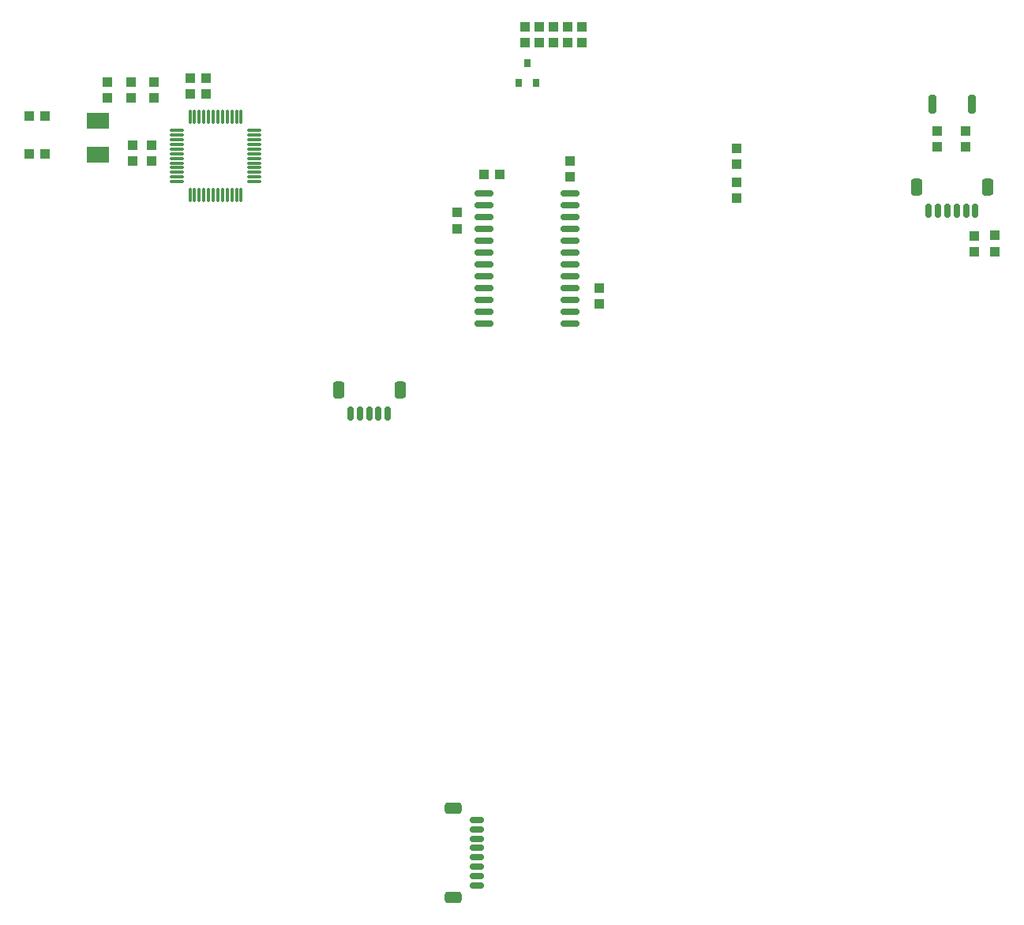
<source format=gtp>
%TF.GenerationSoftware,KiCad,Pcbnew,(6.0.0-0)*%
%TF.CreationDate,2022-03-23T00:11:18+08:00*%
%TF.ProjectId,layer1,6c617965-7231-42e6-9b69-6361645f7063,rev?*%
%TF.SameCoordinates,Original*%
%TF.FileFunction,Paste,Top*%
%TF.FilePolarity,Positive*%
%FSLAX46Y46*%
G04 Gerber Fmt 4.6, Leading zero omitted, Abs format (unit mm)*
G04 Created by KiCad (PCBNEW (6.0.0-0)) date 2022-03-23 00:11:18*
%MOMM*%
%LPD*%
G01*
G04 APERTURE LIST*
G04 Aperture macros list*
%AMRoundRect*
0 Rectangle with rounded corners*
0 $1 Rounding radius*
0 $2 $3 $4 $5 $6 $7 $8 $9 X,Y pos of 4 corners*
0 Add a 4 corners polygon primitive as box body*
4,1,4,$2,$3,$4,$5,$6,$7,$8,$9,$2,$3,0*
0 Add four circle primitives for the rounded corners*
1,1,$1+$1,$2,$3*
1,1,$1+$1,$4,$5*
1,1,$1+$1,$6,$7*
1,1,$1+$1,$8,$9*
0 Add four rect primitives between the rounded corners*
20,1,$1+$1,$2,$3,$4,$5,0*
20,1,$1+$1,$4,$5,$6,$7,0*
20,1,$1+$1,$6,$7,$8,$9,0*
20,1,$1+$1,$8,$9,$2,$3,0*%
G04 Aperture macros list end*
%ADD10R,0.998220X1.099820*%
%ADD11R,1.099820X0.998220*%
%ADD12RoundRect,0.109200X-0.670800X0.030800X-0.670800X-0.030800X0.670800X-0.030800X0.670800X0.030800X0*%
%ADD13RoundRect,0.109200X0.030800X0.670800X-0.030800X0.670800X-0.030800X-0.670800X0.030800X-0.670800X0*%
%ADD14RoundRect,0.150000X-0.875000X-0.150000X0.875000X-0.150000X0.875000X0.150000X-0.875000X0.150000X0*%
%ADD15RoundRect,0.150000X-0.150000X-0.625000X0.150000X-0.625000X0.150000X0.625000X-0.150000X0.625000X0*%
%ADD16RoundRect,0.250000X-0.350000X-0.650000X0.350000X-0.650000X0.350000X0.650000X-0.350000X0.650000X0*%
%ADD17R,0.797560X0.899160*%
%ADD18RoundRect,0.200000X0.200000X0.800000X-0.200000X0.800000X-0.200000X-0.800000X0.200000X-0.800000X0*%
%ADD19R,2.397760X1.699260*%
%ADD20RoundRect,0.150000X0.625000X-0.150000X0.625000X0.150000X-0.625000X0.150000X-0.625000X-0.150000X0*%
%ADD21RoundRect,0.250000X0.650000X-0.350000X0.650000X0.350000X-0.650000X0.350000X-0.650000X-0.350000X0*%
%ADD22R,0.998220X0.998220*%
G04 APERTURE END LIST*
D10*
%TO.C,U0FB2*%
X118879951Y-101894360D03*
X118879951Y-100197640D03*
%TD*%
%TO.C,U0C1*%
X119129951Y-93397640D03*
X119129951Y-95094360D03*
%TD*%
D11*
%TO.C,U0C6*%
X105781591Y-101146000D03*
X107478311Y-101146000D03*
%TD*%
D10*
%TO.C,SOLENOIDR4*%
X160451800Y-89189560D03*
X160451800Y-87492840D03*
%TD*%
D11*
%TO.C,U0C5*%
X105781591Y-97046000D03*
X107478311Y-97046000D03*
%TD*%
%TO.C,U0FB1*%
X124728311Y-94671000D03*
X123031591Y-94671000D03*
%TD*%
D10*
%TO.C,R36*%
X151629951Y-107422640D03*
X151629951Y-109119360D03*
%TD*%
%TO.C,U0R1*%
X206129951Y-98697640D03*
X206129951Y-100394360D03*
%TD*%
%TO.C,SOLENOIDR3*%
X165023800Y-87492840D03*
X165023800Y-89189560D03*
%TD*%
D12*
%TO.C,U0*%
X121549951Y-98595919D03*
X121549951Y-99095919D03*
X121549951Y-99595919D03*
X121549951Y-100095919D03*
X121549951Y-100595919D03*
X121549951Y-101095919D03*
X121549951Y-101595919D03*
X121549951Y-102095919D03*
X121549951Y-102595919D03*
X121549951Y-103095919D03*
X121549951Y-103595919D03*
X121549951Y-104095919D03*
D13*
X122979951Y-105525919D03*
X123479951Y-105525919D03*
X123979951Y-105525919D03*
X124479951Y-105525919D03*
X124979951Y-105525919D03*
X125479951Y-105525919D03*
X125979951Y-105525919D03*
X126479951Y-105525919D03*
X126979951Y-105525919D03*
X127479951Y-105525919D03*
X127979951Y-105525919D03*
X128479951Y-105525919D03*
D12*
X129909951Y-104095919D03*
X129909951Y-103595919D03*
X129909951Y-103095919D03*
X129909951Y-102595919D03*
X129909951Y-102095919D03*
X129909951Y-101595919D03*
X129909951Y-101095919D03*
X129909951Y-100595919D03*
X129909951Y-100095919D03*
X129909951Y-99595919D03*
X129909951Y-99095919D03*
X129909951Y-98595919D03*
D13*
X128479951Y-97165919D03*
X127979951Y-97165919D03*
X127479951Y-97165919D03*
X126979951Y-97165919D03*
X126479951Y-97165919D03*
X125979951Y-97165919D03*
X125479951Y-97165919D03*
X124979951Y-97165919D03*
X124479951Y-97165919D03*
X123979951Y-97165919D03*
X123479951Y-97165919D03*
X122979951Y-97165919D03*
%TD*%
D14*
%TO.C,U3*%
X154479951Y-105351000D03*
X154479951Y-106621000D03*
X154479951Y-107891000D03*
X154479951Y-109161000D03*
X154479951Y-110431000D03*
X154479951Y-111701000D03*
X154479951Y-112971000D03*
X154479951Y-114241000D03*
X154479951Y-115511000D03*
X154479951Y-116781000D03*
X154479951Y-118051000D03*
X154479951Y-119321000D03*
X163779951Y-119321000D03*
X163779951Y-118051000D03*
X163779951Y-116781000D03*
X163779951Y-115511000D03*
X163779951Y-114241000D03*
X163779951Y-112971000D03*
X163779951Y-111701000D03*
X163779951Y-110431000D03*
X163779951Y-109161000D03*
X163779951Y-107891000D03*
X163779951Y-106621000D03*
X163779951Y-105351000D03*
%TD*%
D10*
%TO.C,U0R2*%
X203129951Y-98697640D03*
X203129951Y-100394360D03*
%TD*%
%TO.C,R42*%
X166852600Y-117180360D03*
X166852600Y-115483640D03*
%TD*%
%TO.C,LIGHTC1*%
X181629951Y-104197640D03*
X181629951Y-105894360D03*
%TD*%
%TO.C,LIGHTR1*%
X181629951Y-100497559D03*
X181629951Y-102194279D03*
%TD*%
D11*
%TO.C,R41*%
X154481591Y-103296000D03*
X156178311Y-103296000D03*
%TD*%
%TO.C,U0R44*%
X123031591Y-92971000D03*
X124728311Y-92971000D03*
%TD*%
D10*
%TO.C,U0C4*%
X116879951Y-100197640D03*
X116879951Y-101894360D03*
%TD*%
D15*
%TO.C,TRJ1*%
X140214600Y-128985400D03*
X141214600Y-128985400D03*
X142214600Y-128985400D03*
X143214600Y-128985400D03*
X144214600Y-128985400D03*
D16*
X145514600Y-126460400D03*
X138914600Y-126460400D03*
%TD*%
D17*
%TO.C,SOLENOIDQ1*%
X158242000Y-93479620D03*
X160141920Y-93479620D03*
X159191960Y-91381580D03*
%TD*%
D10*
%TO.C,U0C2*%
X116629951Y-93397640D03*
X116629951Y-95094360D03*
%TD*%
%TO.C,C3*%
X163778320Y-103590573D03*
X163778320Y-101893853D03*
%TD*%
D18*
%TO.C,SW3*%
X206808320Y-95758000D03*
X202608320Y-95758000D03*
%TD*%
D10*
%TO.C,SOLENOIDR1*%
X158927800Y-89189560D03*
X158927800Y-87492840D03*
%TD*%
%TO.C,U0C3*%
X114129951Y-93397640D03*
X114129951Y-95094360D03*
%TD*%
%TO.C,SOLENOIDC1*%
X161975800Y-87492840D03*
X161975800Y-89189560D03*
%TD*%
%TO.C,SOLENOIDR2*%
X163499800Y-87492840D03*
X163499800Y-89189560D03*
%TD*%
D15*
%TO.C,U0J1*%
X202218320Y-107187213D03*
X203218320Y-107187213D03*
X204218320Y-107187213D03*
X205218320Y-107187213D03*
X206218320Y-107187213D03*
X207218320Y-107187213D03*
D16*
X200918320Y-104662213D03*
X208518320Y-104662213D03*
%TD*%
D10*
%TO.C,U0R19*%
X207115000Y-111592360D03*
X207115000Y-109895640D03*
%TD*%
D19*
%TO.C,U0Y1*%
X113129951Y-101220120D03*
X113129951Y-97521880D03*
%TD*%
D20*
%TO.C,TRJ2*%
X153725000Y-179572800D03*
X153725000Y-178572800D03*
X153725000Y-177572800D03*
X153725000Y-176572800D03*
X153725000Y-175572800D03*
X153725000Y-174572800D03*
X153725000Y-173572800D03*
X153725000Y-172572800D03*
D21*
X151200000Y-171272800D03*
X151200000Y-180872800D03*
%TD*%
D22*
%TO.C,U0D1*%
X209296000Y-111620300D03*
X209296000Y-109867700D03*
%TD*%
M02*

</source>
